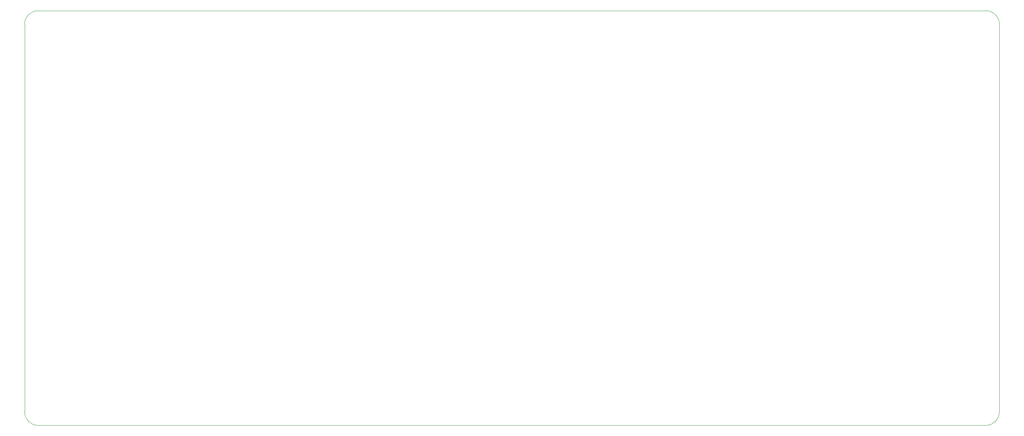
<source format=gm1>
G04 #@! TF.GenerationSoftware,KiCad,Pcbnew,(6.0.9)*
G04 #@! TF.CreationDate,2023-01-17T20:01:01+01:00*
G04 #@! TF.ProjectId,t-rex,742d7265-782e-46b6-9963-61645f706362,rev?*
G04 #@! TF.SameCoordinates,Original*
G04 #@! TF.FileFunction,Profile,NP*
%FSLAX46Y46*%
G04 Gerber Fmt 4.6, Leading zero omitted, Abs format (unit mm)*
G04 Created by KiCad (PCBNEW (6.0.9)) date 2023-01-17 20:01:01*
%MOMM*%
%LPD*%
G01*
G04 APERTURE LIST*
G04 #@! TA.AperFunction,Profile*
%ADD10C,0.100000*%
G04 #@! TD*
G04 APERTURE END LIST*
D10*
X35702795Y-21859797D02*
X259588000Y-21844001D01*
X35702795Y-21859799D02*
G75*
G03*
X32543750Y-25019000I-15715J-3143331D01*
G01*
X32543750Y-116681250D02*
G75*
G03*
X35718750Y-119856250I3175000J0D01*
G01*
X259556250Y-119856250D02*
G75*
G03*
X262731250Y-116681250I-50J3175050D01*
G01*
X259556250Y-119856250D02*
X35718750Y-119856250D01*
X32543750Y-116681250D02*
X32543750Y-25019000D01*
X262731250Y-116681250D02*
X262731250Y-25019000D01*
X262731399Y-25019000D02*
G75*
G03*
X259588000Y-21844001I-3159199J15800D01*
G01*
M02*

</source>
